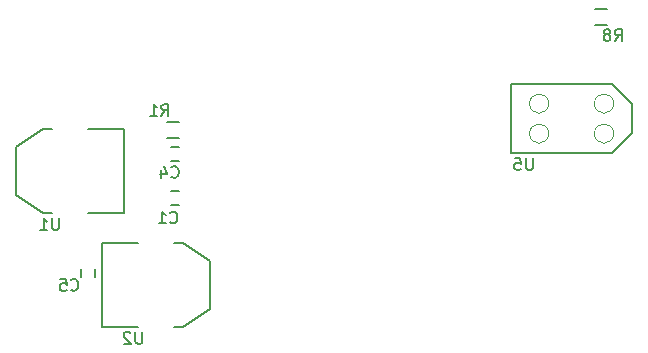
<source format=gbo>
G04 #@! TF.FileFunction,Legend,Bot*
%FSLAX46Y46*%
G04 Gerber Fmt 4.6, Leading zero omitted, Abs format (unit mm)*
G04 Created by KiCad (PCBNEW 4.0.2-stable) date 2-3-2016 10:14:05*
%MOMM*%
G01*
G04 APERTURE LIST*
%ADD10C,0.100000*%
%ADD11C,0.150000*%
G04 APERTURE END LIST*
D10*
D11*
X17264360Y16707840D02*
X17964360Y16707840D01*
X17964360Y17907840D02*
X17264360Y17907840D01*
X17264360Y20397840D02*
X17964360Y20397840D01*
X17964360Y21597840D02*
X17264360Y21597840D01*
X10896600Y10580000D02*
X10896600Y11280000D01*
X9696600Y11280000D02*
X9696600Y10580000D01*
X17964360Y23722840D02*
X16964360Y23722840D01*
X16964360Y22372840D02*
X17964360Y22372840D01*
X53192500Y31946600D02*
X54192500Y31946600D01*
X54192500Y33296600D02*
X53192500Y33296600D01*
X10298360Y23093840D02*
X13346360Y23093840D01*
X13346360Y23093840D02*
X13346360Y15981840D01*
X13346360Y15981840D02*
X10298360Y15981840D01*
X7250360Y23093840D02*
X6488360Y23093840D01*
X6488360Y23093840D02*
X4202360Y21569840D01*
X4202360Y21569840D02*
X4202360Y17505840D01*
X4202360Y17505840D02*
X6488360Y15981840D01*
X6488360Y15981840D02*
X7250360Y15981840D01*
X14500300Y6345300D02*
X11452300Y6345300D01*
X11452300Y6345300D02*
X11452300Y13457300D01*
X11452300Y13457300D02*
X14500300Y13457300D01*
X17548300Y6345300D02*
X18310300Y6345300D01*
X18310300Y6345300D02*
X20596300Y7869300D01*
X20596300Y7869300D02*
X20596300Y11933300D01*
X20596300Y11933300D02*
X18310300Y13457300D01*
X18310300Y13457300D02*
X17548300Y13457300D01*
X46110100Y26898300D02*
X46110100Y21098300D01*
X54610100Y21098300D02*
X46110100Y21098300D01*
X54610100Y21098300D02*
X56310100Y22798300D01*
X56310100Y25198300D02*
X56310100Y22798300D01*
X54610100Y26898300D02*
X56310100Y25198300D01*
X54610100Y26898300D02*
X46110100Y26898300D01*
D10*
X54773700Y22728300D02*
G75*
G03X54773700Y22728300I-813600J0D01*
G01*
X54773700Y25268300D02*
G75*
G03X54773700Y25268300I-813600J0D01*
G01*
X49273700Y22728300D02*
G75*
G03X49273700Y22728300I-813600J0D01*
G01*
X49273700Y25268300D02*
G75*
G03X49273700Y25268300I-813600J0D01*
G01*
D11*
X17221026Y15220697D02*
X17268645Y15173078D01*
X17411502Y15125459D01*
X17506740Y15125459D01*
X17649598Y15173078D01*
X17744836Y15268316D01*
X17792455Y15363554D01*
X17840074Y15554030D01*
X17840074Y15696888D01*
X17792455Y15887364D01*
X17744836Y15982602D01*
X17649598Y16077840D01*
X17506740Y16125459D01*
X17411502Y16125459D01*
X17268645Y16077840D01*
X17221026Y16030221D01*
X16268645Y15125459D02*
X16840074Y15125459D01*
X16554360Y15125459D02*
X16554360Y16125459D01*
X16649598Y15982602D01*
X16744836Y15887364D01*
X16840074Y15839745D01*
X17331026Y19070697D02*
X17378645Y19023078D01*
X17521502Y18975459D01*
X17616740Y18975459D01*
X17759598Y19023078D01*
X17854836Y19118316D01*
X17902455Y19213554D01*
X17950074Y19404030D01*
X17950074Y19546888D01*
X17902455Y19737364D01*
X17854836Y19832602D01*
X17759598Y19927840D01*
X17616740Y19975459D01*
X17521502Y19975459D01*
X17378645Y19927840D01*
X17331026Y19880221D01*
X16473883Y19642126D02*
X16473883Y18975459D01*
X16711979Y20023078D02*
X16950074Y19308792D01*
X16331026Y19308792D01*
X8841026Y9520697D02*
X8888645Y9473078D01*
X9031502Y9425459D01*
X9126740Y9425459D01*
X9269598Y9473078D01*
X9364836Y9568316D01*
X9412455Y9663554D01*
X9460074Y9854030D01*
X9460074Y9996888D01*
X9412455Y10187364D01*
X9364836Y10282602D01*
X9269598Y10377840D01*
X9126740Y10425459D01*
X9031502Y10425459D01*
X8888645Y10377840D01*
X8841026Y10330221D01*
X7936264Y10425459D02*
X8412455Y10425459D01*
X8460074Y9949269D01*
X8412455Y9996888D01*
X8317217Y10044507D01*
X8079121Y10044507D01*
X7983883Y9996888D01*
X7936264Y9949269D01*
X7888645Y9854030D01*
X7888645Y9615935D01*
X7936264Y9520697D01*
X7983883Y9473078D01*
X8079121Y9425459D01*
X8317217Y9425459D01*
X8412455Y9473078D01*
X8460074Y9520697D01*
X16488026Y24233759D02*
X16821360Y24709950D01*
X17059455Y24233759D02*
X17059455Y25233759D01*
X16678502Y25233759D01*
X16583264Y25186140D01*
X16535645Y25138521D01*
X16488026Y25043283D01*
X16488026Y24900426D01*
X16535645Y24805188D01*
X16583264Y24757569D01*
X16678502Y24709950D01*
X17059455Y24709950D01*
X15535645Y24233759D02*
X16107074Y24233759D01*
X15821360Y24233759D02*
X15821360Y25233759D01*
X15916598Y25090902D01*
X16011836Y24995664D01*
X16107074Y24948045D01*
X54877706Y30563939D02*
X55211040Y31040130D01*
X55449135Y30563939D02*
X55449135Y31563939D01*
X55068182Y31563939D01*
X54972944Y31516320D01*
X54925325Y31468701D01*
X54877706Y31373463D01*
X54877706Y31230606D01*
X54925325Y31135368D01*
X54972944Y31087749D01*
X55068182Y31040130D01*
X55449135Y31040130D01*
X54306278Y31135368D02*
X54401516Y31182987D01*
X54449135Y31230606D01*
X54496754Y31325844D01*
X54496754Y31373463D01*
X54449135Y31468701D01*
X54401516Y31516320D01*
X54306278Y31563939D01*
X54115801Y31563939D01*
X54020563Y31516320D01*
X53972944Y31468701D01*
X53925325Y31373463D01*
X53925325Y31325844D01*
X53972944Y31230606D01*
X54020563Y31182987D01*
X54115801Y31135368D01*
X54306278Y31135368D01*
X54401516Y31087749D01*
X54449135Y31040130D01*
X54496754Y30944891D01*
X54496754Y30754415D01*
X54449135Y30659177D01*
X54401516Y30611558D01*
X54306278Y30563939D01*
X54115801Y30563939D01*
X54020563Y30611558D01*
X53972944Y30659177D01*
X53925325Y30754415D01*
X53925325Y30944891D01*
X53972944Y31040130D01*
X54020563Y31087749D01*
X54115801Y31135368D01*
X7796365Y15564259D02*
X7796365Y14754735D01*
X7748746Y14659497D01*
X7701127Y14611878D01*
X7605889Y14564259D01*
X7415412Y14564259D01*
X7320174Y14611878D01*
X7272555Y14659497D01*
X7224936Y14754735D01*
X7224936Y15564259D01*
X6224936Y14564259D02*
X6796365Y14564259D01*
X6510651Y14564259D02*
X6510651Y15564259D01*
X6605889Y15421402D01*
X6701127Y15326164D01*
X6796365Y15278545D01*
X14855805Y5940419D02*
X14855805Y5130895D01*
X14808186Y5035657D01*
X14760567Y4988038D01*
X14665329Y4940419D01*
X14474852Y4940419D01*
X14379614Y4988038D01*
X14331995Y5035657D01*
X14284376Y5130895D01*
X14284376Y5940419D01*
X13855805Y5845181D02*
X13808186Y5892800D01*
X13712948Y5940419D01*
X13474852Y5940419D01*
X13379614Y5892800D01*
X13331995Y5845181D01*
X13284376Y5749943D01*
X13284376Y5654705D01*
X13331995Y5511848D01*
X13903424Y4940419D01*
X13284376Y4940419D01*
X47934225Y20647019D02*
X47934225Y19837495D01*
X47886606Y19742257D01*
X47838987Y19694638D01*
X47743749Y19647019D01*
X47553272Y19647019D01*
X47458034Y19694638D01*
X47410415Y19742257D01*
X47362796Y19837495D01*
X47362796Y20647019D01*
X46410415Y20647019D02*
X46886606Y20647019D01*
X46934225Y20170829D01*
X46886606Y20218448D01*
X46791368Y20266067D01*
X46553272Y20266067D01*
X46458034Y20218448D01*
X46410415Y20170829D01*
X46362796Y20075590D01*
X46362796Y19837495D01*
X46410415Y19742257D01*
X46458034Y19694638D01*
X46553272Y19647019D01*
X46791368Y19647019D01*
X46886606Y19694638D01*
X46934225Y19742257D01*
M02*

</source>
